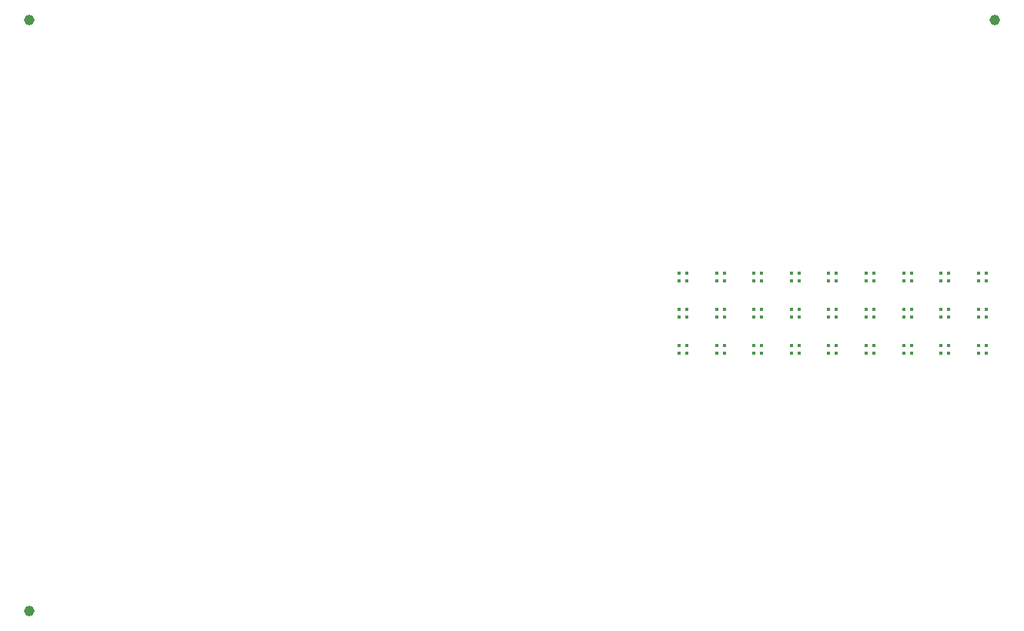
<source format=gtp>
G04 #@! TF.GenerationSoftware,KiCad,Pcbnew,7.0.2-6a45011f42~172~ubuntu22.04.1*
G04 #@! TF.CreationDate,2023-07-03T14:39:39+08:00*
G04 #@! TF.ProjectId,panel_3_1,70616e65-6c5f-4335-9f31-2e6b69636164,rev?*
G04 #@! TF.SameCoordinates,Original*
G04 #@! TF.FileFunction,Paste,Top*
G04 #@! TF.FilePolarity,Positive*
%FSLAX46Y46*%
G04 Gerber Fmt 4.6, Leading zero omitted, Abs format (unit mm)*
G04 Created by KiCad (PCBNEW 7.0.2-6a45011f42~172~ubuntu22.04.1) date 2023-07-03 14:39:39*
%MOMM*%
%LPD*%
G01*
G04 APERTURE LIST*
%ADD10C,1.152000*%
%ADD11R,0.450000X0.450000*%
G04 APERTURE END LIST*
D10*
G04 #@! TO.C,REF\u002A\u002A*
X2500000Y-67500000D03*
G04 #@! TD*
D11*
G04 #@! TO.C,U2*
X78884299Y-39195000D03*
X78034299Y-39195000D03*
X78884299Y-38345000D03*
X78034299Y-38345000D03*
G04 #@! TD*
G04 #@! TO.C,U9*
X107680000Y-35195000D03*
X106830000Y-35195000D03*
X107680000Y-34345000D03*
X106830000Y-34345000D03*
G04 #@! TD*
G04 #@! TO.C,U6*
X95338983Y-35195000D03*
X94488983Y-35195000D03*
X95338983Y-34345000D03*
X94488983Y-34345000D03*
G04 #@! TD*
G04 #@! TO.C,U2*
X78884299Y-35195000D03*
X78034299Y-35195000D03*
X78884299Y-34345000D03*
X78034299Y-34345000D03*
G04 #@! TD*
G04 #@! TO.C,U7*
X99452654Y-31195000D03*
X98602654Y-31195000D03*
X99452654Y-30345000D03*
X98602654Y-30345000D03*
G04 #@! TD*
G04 #@! TO.C,U9*
X107680000Y-31195000D03*
X106830000Y-31195000D03*
X107680000Y-30345000D03*
X106830000Y-30345000D03*
G04 #@! TD*
G04 #@! TO.C,U3*
X82997970Y-39195000D03*
X82147970Y-39195000D03*
X82997970Y-38345000D03*
X82147970Y-38345000D03*
G04 #@! TD*
G04 #@! TO.C,U8*
X103566325Y-31195000D03*
X102716325Y-31195000D03*
X103566325Y-30345000D03*
X102716325Y-30345000D03*
G04 #@! TD*
G04 #@! TO.C,U6*
X95338983Y-39195000D03*
X94488983Y-39195000D03*
X95338983Y-38345000D03*
X94488983Y-38345000D03*
G04 #@! TD*
G04 #@! TO.C,U4*
X87111641Y-39195000D03*
X86261641Y-39195000D03*
X87111641Y-38345000D03*
X86261641Y-38345000D03*
G04 #@! TD*
G04 #@! TO.C,U5*
X91225312Y-31195000D03*
X90375312Y-31195000D03*
X91225312Y-30345000D03*
X90375312Y-30345000D03*
G04 #@! TD*
D10*
G04 #@! TO.C,REF\u002A\u002A*
X108590000Y-2500000D03*
G04 #@! TD*
D11*
G04 #@! TO.C,U1*
X74770628Y-35195000D03*
X73920628Y-35195000D03*
X74770628Y-34345000D03*
X73920628Y-34345000D03*
G04 #@! TD*
G04 #@! TO.C,U3*
X82997970Y-35195000D03*
X82147970Y-35195000D03*
X82997970Y-34345000D03*
X82147970Y-34345000D03*
G04 #@! TD*
G04 #@! TO.C,U8*
X103566325Y-35195000D03*
X102716325Y-35195000D03*
X103566325Y-34345000D03*
X102716325Y-34345000D03*
G04 #@! TD*
G04 #@! TO.C,U7*
X99452654Y-35195000D03*
X98602654Y-35195000D03*
X99452654Y-34345000D03*
X98602654Y-34345000D03*
G04 #@! TD*
G04 #@! TO.C,U6*
X95338983Y-31195000D03*
X94488983Y-31195000D03*
X95338983Y-30345000D03*
X94488983Y-30345000D03*
G04 #@! TD*
G04 #@! TO.C,U7*
X99452654Y-39195000D03*
X98602654Y-39195000D03*
X99452654Y-38345000D03*
X98602654Y-38345000D03*
G04 #@! TD*
G04 #@! TO.C,U2*
X78884299Y-31195000D03*
X78034299Y-31195000D03*
X78884299Y-30345000D03*
X78034299Y-30345000D03*
G04 #@! TD*
G04 #@! TO.C,U8*
X103566325Y-39195000D03*
X102716325Y-39195000D03*
X103566325Y-38345000D03*
X102716325Y-38345000D03*
G04 #@! TD*
G04 #@! TO.C,U1*
X74770628Y-31195000D03*
X73920628Y-31195000D03*
X74770628Y-30345000D03*
X73920628Y-30345000D03*
G04 #@! TD*
G04 #@! TO.C,U5*
X91225312Y-35195000D03*
X90375312Y-35195000D03*
X91225312Y-34345000D03*
X90375312Y-34345000D03*
G04 #@! TD*
G04 #@! TO.C,U4*
X87111641Y-31195000D03*
X86261641Y-31195000D03*
X87111641Y-30345000D03*
X86261641Y-30345000D03*
G04 #@! TD*
G04 #@! TO.C,U4*
X87111641Y-35195000D03*
X86261641Y-35195000D03*
X87111641Y-34345000D03*
X86261641Y-34345000D03*
G04 #@! TD*
G04 #@! TO.C,U3*
X82997970Y-31195000D03*
X82147970Y-31195000D03*
X82997970Y-30345000D03*
X82147970Y-30345000D03*
G04 #@! TD*
G04 #@! TO.C,U9*
X107680000Y-39195000D03*
X106830000Y-39195000D03*
X107680000Y-38345000D03*
X106830000Y-38345000D03*
G04 #@! TD*
G04 #@! TO.C,U1*
X74770628Y-39195000D03*
X73920628Y-39195000D03*
X74770628Y-38345000D03*
X73920628Y-38345000D03*
G04 #@! TD*
G04 #@! TO.C,U5*
X91225312Y-39195000D03*
X90375312Y-39195000D03*
X91225312Y-38345000D03*
X90375312Y-38345000D03*
G04 #@! TD*
D10*
G04 #@! TO.C,REF\u002A\u002A*
X2500000Y-2500000D03*
G04 #@! TD*
M02*

</source>
